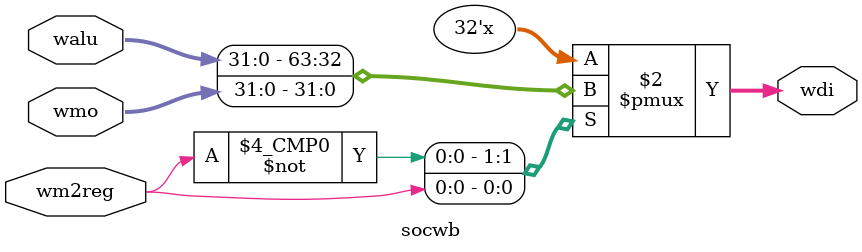
<source format=v>
`timescale 1ns / 1ps


module socwb (
    input [31:0] wmo,//wmo
	input [31:0] walu,//walu
	input wm2reg,//pcÀ´Ô´
	output reg [31:0] wdi//wdi
 
);
    always @ (wm2reg  or  walu  or  wmo) begin
        case(wm2reg)
            0:wdi <= walu;
            1:wdi <= wmo;
            default:wdi <= 32'h0000_0000;
        endcase
	end		

endmodule

</source>
